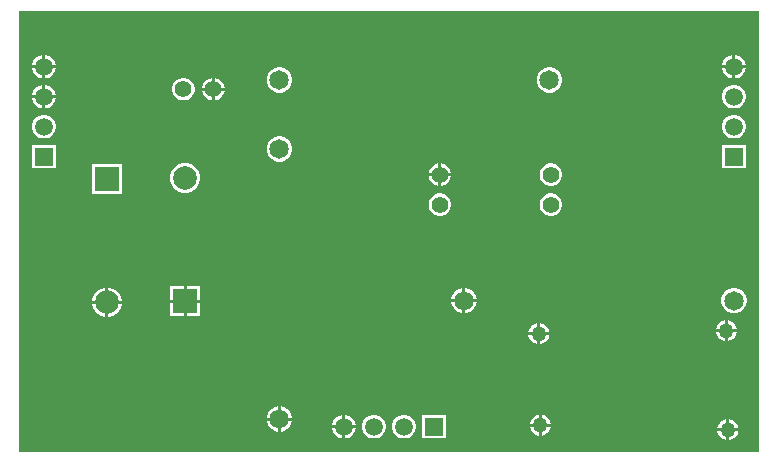
<source format=gbl>
G04*
G04 #@! TF.GenerationSoftware,Altium Limited,Altium Designer,22.2.1 (43)*
G04*
G04 Layer_Physical_Order=2*
G04 Layer_Color=16711680*
%FSLAX25Y25*%
%MOIN*%
G70*
G04*
G04 #@! TF.SameCoordinates,ABC598D3-5A79-416D-B659-D6E934405FF7*
G04*
G04*
G04 #@! TF.FilePolarity,Positive*
G04*
G01*
G75*
%ADD20C,0.06496*%
%ADD21C,0.07874*%
%ADD22R,0.07874X0.07874*%
%ADD23C,0.05512*%
%ADD24C,0.05906*%
%ADD25R,0.05906X0.05906*%
%ADD26R,0.05906X0.05906*%
%ADD27C,0.05000*%
G36*
X248471Y1529D02*
X1529D01*
Y148471D01*
X248471D01*
Y1529D01*
D02*
G37*
%LPC*%
G36*
X240520Y133953D02*
X240500D01*
Y130500D01*
X243953D01*
Y130520D01*
X243683Y131526D01*
X243163Y132427D01*
X242427Y133163D01*
X241526Y133683D01*
X240520Y133953D01*
D02*
G37*
G36*
X10520D02*
X10500D01*
Y130500D01*
X13953D01*
Y130520D01*
X13683Y131526D01*
X13163Y132427D01*
X12427Y133163D01*
X11526Y133683D01*
X10520Y133953D01*
D02*
G37*
G36*
X239500D02*
X239480D01*
X238474Y133683D01*
X237573Y133163D01*
X236837Y132427D01*
X236317Y131526D01*
X236047Y130520D01*
Y130500D01*
X239500D01*
Y133953D01*
D02*
G37*
G36*
X9500D02*
X9480D01*
X8474Y133683D01*
X7573Y133163D01*
X6837Y132427D01*
X6317Y131526D01*
X6047Y130520D01*
Y130500D01*
X9500D01*
Y133953D01*
D02*
G37*
G36*
X243953Y129500D02*
X240500D01*
Y126047D01*
X240520D01*
X241526Y126317D01*
X242427Y126837D01*
X243163Y127573D01*
X243683Y128474D01*
X243953Y129480D01*
Y129500D01*
D02*
G37*
G36*
X239500D02*
X236047D01*
Y129480D01*
X236317Y128474D01*
X236837Y127573D01*
X237573Y126837D01*
X238474Y126317D01*
X239480Y126047D01*
X239500D01*
Y129500D01*
D02*
G37*
G36*
X13953D02*
X10500D01*
Y126047D01*
X10520D01*
X11526Y126317D01*
X12427Y126837D01*
X13163Y127573D01*
X13683Y128474D01*
X13953Y129480D01*
Y129500D01*
D02*
G37*
G36*
X9500D02*
X6047D01*
Y129480D01*
X6317Y128474D01*
X6837Y127573D01*
X7573Y126837D01*
X8474Y126317D01*
X9480Y126047D01*
X9500D01*
Y129500D01*
D02*
G37*
G36*
X67000Y126254D02*
Y123000D01*
X70254D01*
X70000Y123950D01*
X69506Y124806D01*
X68806Y125505D01*
X67950Y126000D01*
X67000Y126254D01*
D02*
G37*
G36*
X66000D02*
X65050Y126000D01*
X64194Y125505D01*
X63494Y124806D01*
X63000Y123950D01*
X62746Y123000D01*
X66000D01*
Y126254D01*
D02*
G37*
G36*
X179059Y129748D02*
X177941D01*
X176860Y129458D01*
X175892Y128899D01*
X175101Y128108D01*
X174541Y127140D01*
X174252Y126059D01*
Y124941D01*
X174541Y123860D01*
X175101Y122892D01*
X175892Y122101D01*
X176860Y121542D01*
X177941Y121252D01*
X179059D01*
X180140Y121542D01*
X181108Y122101D01*
X181899Y122892D01*
X182458Y123860D01*
X182748Y124941D01*
Y126059D01*
X182458Y127140D01*
X181899Y128108D01*
X181108Y128899D01*
X180140Y129458D01*
X179059Y129748D01*
D02*
G37*
G36*
X89059D02*
X87941D01*
X86860Y129458D01*
X85892Y128899D01*
X85101Y128108D01*
X84541Y127140D01*
X84252Y126059D01*
Y124941D01*
X84541Y123860D01*
X85101Y122892D01*
X85892Y122101D01*
X86860Y121542D01*
X87941Y121252D01*
X89059D01*
X90140Y121542D01*
X91108Y122101D01*
X91899Y122892D01*
X92458Y123860D01*
X92748Y124941D01*
Y126059D01*
X92458Y127140D01*
X91899Y128108D01*
X91108Y128899D01*
X90140Y129458D01*
X89059Y129748D01*
D02*
G37*
G36*
X10520Y123953D02*
X10500D01*
Y120500D01*
X13953D01*
Y120520D01*
X13683Y121526D01*
X13163Y122427D01*
X12427Y123163D01*
X11526Y123683D01*
X10520Y123953D01*
D02*
G37*
G36*
X9500D02*
X9480D01*
X8474Y123683D01*
X7573Y123163D01*
X6837Y122427D01*
X6317Y121526D01*
X6047Y120520D01*
Y120500D01*
X9500D01*
Y123953D01*
D02*
G37*
G36*
X70254Y122000D02*
X67000D01*
Y118746D01*
X67950Y119000D01*
X68806Y119494D01*
X69506Y120194D01*
X70000Y121050D01*
X70254Y122000D01*
D02*
G37*
G36*
X66000D02*
X62746D01*
X63000Y121050D01*
X63494Y120194D01*
X64194Y119494D01*
X65050Y119000D01*
X66000Y118746D01*
Y122000D01*
D02*
G37*
G36*
X56994Y126256D02*
X56006D01*
X55050Y126000D01*
X54194Y125505D01*
X53495Y124806D01*
X53000Y123950D01*
X52744Y122994D01*
Y122005D01*
X53000Y121050D01*
X53495Y120194D01*
X54194Y119494D01*
X55050Y119000D01*
X56006Y118744D01*
X56994D01*
X57950Y119000D01*
X58806Y119494D01*
X59505Y120194D01*
X60000Y121050D01*
X60256Y122005D01*
Y122994D01*
X60000Y123950D01*
X59505Y124806D01*
X58806Y125505D01*
X57950Y126000D01*
X56994Y126256D01*
D02*
G37*
G36*
X240520Y123953D02*
X239480D01*
X238474Y123683D01*
X237573Y123163D01*
X236837Y122427D01*
X236317Y121526D01*
X236047Y120520D01*
Y119480D01*
X236317Y118474D01*
X236837Y117573D01*
X237573Y116837D01*
X238474Y116317D01*
X239480Y116047D01*
X240520D01*
X241526Y116317D01*
X242427Y116837D01*
X243163Y117573D01*
X243683Y118474D01*
X243953Y119480D01*
Y120520D01*
X243683Y121526D01*
X243163Y122427D01*
X242427Y123163D01*
X241526Y123683D01*
X240520Y123953D01*
D02*
G37*
G36*
X13953Y119500D02*
X10500D01*
Y116047D01*
X10520D01*
X11526Y116317D01*
X12427Y116837D01*
X13163Y117573D01*
X13683Y118474D01*
X13953Y119480D01*
Y119500D01*
D02*
G37*
G36*
X9500D02*
X6047D01*
Y119480D01*
X6317Y118474D01*
X6837Y117573D01*
X7573Y116837D01*
X8474Y116317D01*
X9480Y116047D01*
X9500D01*
Y119500D01*
D02*
G37*
G36*
X240520Y113953D02*
X239480D01*
X238474Y113683D01*
X237573Y113163D01*
X236837Y112427D01*
X236317Y111526D01*
X236047Y110520D01*
Y109480D01*
X236317Y108474D01*
X236837Y107573D01*
X237573Y106837D01*
X238474Y106317D01*
X239480Y106047D01*
X240520D01*
X241526Y106317D01*
X242427Y106837D01*
X243163Y107573D01*
X243683Y108474D01*
X243953Y109480D01*
Y110520D01*
X243683Y111526D01*
X243163Y112427D01*
X242427Y113163D01*
X241526Y113683D01*
X240520Y113953D01*
D02*
G37*
G36*
X10520D02*
X9480D01*
X8474Y113683D01*
X7573Y113163D01*
X6837Y112427D01*
X6317Y111526D01*
X6047Y110520D01*
Y109480D01*
X6317Y108474D01*
X6837Y107573D01*
X7573Y106837D01*
X8474Y106317D01*
X9480Y106047D01*
X10520D01*
X11526Y106317D01*
X12427Y106837D01*
X13163Y107573D01*
X13683Y108474D01*
X13953Y109480D01*
Y110520D01*
X13683Y111526D01*
X13163Y112427D01*
X12427Y113163D01*
X11526Y113683D01*
X10520Y113953D01*
D02*
G37*
G36*
X89059Y106748D02*
X87941D01*
X86860Y106458D01*
X85892Y105899D01*
X85101Y105108D01*
X84541Y104140D01*
X84252Y103059D01*
Y101941D01*
X84541Y100860D01*
X85101Y99892D01*
X85892Y99101D01*
X86860Y98541D01*
X87941Y98252D01*
X89059D01*
X90140Y98541D01*
X91108Y99101D01*
X91899Y99892D01*
X92458Y100860D01*
X92748Y101941D01*
Y103059D01*
X92458Y104140D01*
X91899Y105108D01*
X91108Y105899D01*
X90140Y106458D01*
X89059Y106748D01*
D02*
G37*
G36*
X243953Y103953D02*
X236047D01*
Y96047D01*
X243953D01*
Y103953D01*
D02*
G37*
G36*
X13953D02*
X6047D01*
Y96047D01*
X13953D01*
Y103953D01*
D02*
G37*
G36*
X142500Y97754D02*
Y94500D01*
X145754D01*
X145500Y95450D01*
X145006Y96306D01*
X144306Y97005D01*
X143450Y97500D01*
X142500Y97754D01*
D02*
G37*
G36*
X141500D02*
X140550Y97500D01*
X139694Y97005D01*
X138995Y96306D01*
X138500Y95450D01*
X138246Y94500D01*
X141500D01*
Y97754D01*
D02*
G37*
G36*
X145754Y93500D02*
X142500D01*
Y90246D01*
X143450Y90500D01*
X144306Y90995D01*
X145006Y91694D01*
X145500Y92550D01*
X145754Y93500D01*
D02*
G37*
G36*
X141500D02*
X138246D01*
X138500Y92550D01*
X138995Y91694D01*
X139694Y90995D01*
X140550Y90500D01*
X141500Y90246D01*
Y93500D01*
D02*
G37*
G36*
X179495Y97756D02*
X178506D01*
X177550Y97500D01*
X176694Y97005D01*
X175995Y96306D01*
X175500Y95450D01*
X175244Y94494D01*
Y93506D01*
X175500Y92550D01*
X175995Y91694D01*
X176694Y90995D01*
X177550Y90500D01*
X178506Y90244D01*
X179495D01*
X180450Y90500D01*
X181306Y90995D01*
X182006Y91694D01*
X182500Y92550D01*
X182756Y93506D01*
Y94494D01*
X182500Y95450D01*
X182006Y96306D01*
X181306Y97005D01*
X180450Y97500D01*
X179495Y97756D01*
D02*
G37*
G36*
X57713Y97871D02*
X56413D01*
X55157Y97535D01*
X54032Y96885D01*
X53112Y95965D01*
X52462Y94840D01*
X52126Y93584D01*
Y92284D01*
X52462Y91028D01*
X53112Y89903D01*
X54032Y88983D01*
X55157Y88333D01*
X56413Y87997D01*
X57713D01*
X58969Y88333D01*
X60094Y88983D01*
X61014Y89903D01*
X61664Y91028D01*
X62000Y92284D01*
Y93584D01*
X61664Y94840D01*
X61014Y95965D01*
X60094Y96885D01*
X58969Y97535D01*
X57713Y97871D01*
D02*
G37*
G36*
X35937Y97528D02*
X26063D01*
Y87653D01*
X35937D01*
Y97528D01*
D02*
G37*
G36*
X179495Y87756D02*
X178506D01*
X177550Y87500D01*
X176694Y87006D01*
X175995Y86306D01*
X175500Y85450D01*
X175244Y84495D01*
Y83505D01*
X175500Y82550D01*
X175995Y81694D01*
X176694Y80994D01*
X177550Y80500D01*
X178506Y80244D01*
X179495D01*
X180450Y80500D01*
X181306Y80994D01*
X182006Y81694D01*
X182500Y82550D01*
X182756Y83505D01*
Y84495D01*
X182500Y85450D01*
X182006Y86306D01*
X181306Y87006D01*
X180450Y87500D01*
X179495Y87756D01*
D02*
G37*
G36*
X142494D02*
X141506D01*
X140550Y87500D01*
X139694Y87006D01*
X138995Y86306D01*
X138500Y85450D01*
X138244Y84495D01*
Y83505D01*
X138500Y82550D01*
X138995Y81694D01*
X139694Y80994D01*
X140550Y80500D01*
X141506Y80244D01*
X142494D01*
X143450Y80500D01*
X144306Y80994D01*
X145006Y81694D01*
X145500Y82550D01*
X145756Y83505D01*
Y84495D01*
X145500Y85450D01*
X145006Y86306D01*
X144306Y87006D01*
X143450Y87500D01*
X142494Y87756D01*
D02*
G37*
G36*
X150559Y56248D02*
X150500D01*
Y52500D01*
X154248D01*
Y52559D01*
X153958Y53640D01*
X153399Y54608D01*
X152608Y55399D01*
X151640Y55958D01*
X150559Y56248D01*
D02*
G37*
G36*
X149500D02*
X149441D01*
X148360Y55958D01*
X147392Y55399D01*
X146601Y54608D01*
X146042Y53640D01*
X145752Y52559D01*
Y52500D01*
X149500D01*
Y56248D01*
D02*
G37*
G36*
X62000Y56690D02*
X57563D01*
Y52253D01*
X62000D01*
Y56690D01*
D02*
G37*
G36*
X56563D02*
X52126D01*
Y52253D01*
X56563D01*
Y56690D01*
D02*
G37*
G36*
X31650Y56346D02*
X31500D01*
Y51909D01*
X35937D01*
Y52059D01*
X35601Y53315D01*
X34951Y54441D01*
X34031Y55360D01*
X32906Y56010D01*
X31650Y56346D01*
D02*
G37*
G36*
X30500D02*
X30350D01*
X29094Y56010D01*
X27969Y55360D01*
X27049Y54441D01*
X26399Y53315D01*
X26063Y52059D01*
Y51909D01*
X30500D01*
Y56346D01*
D02*
G37*
G36*
X240559Y56248D02*
X239441D01*
X238360Y55958D01*
X237392Y55399D01*
X236601Y54608D01*
X236041Y53640D01*
X235752Y52559D01*
Y51441D01*
X236041Y50360D01*
X236601Y49392D01*
X237392Y48601D01*
X238360Y48041D01*
X239441Y47752D01*
X240559D01*
X241640Y48041D01*
X242608Y48601D01*
X243399Y49392D01*
X243958Y50360D01*
X244248Y51441D01*
Y52559D01*
X243958Y53640D01*
X243399Y54608D01*
X242608Y55399D01*
X241640Y55958D01*
X240559Y56248D01*
D02*
G37*
G36*
X154248Y51500D02*
X150500D01*
Y47752D01*
X150559D01*
X151640Y48041D01*
X152608Y48601D01*
X153399Y49392D01*
X153958Y50360D01*
X154248Y51441D01*
Y51500D01*
D02*
G37*
G36*
X149500D02*
X145752D01*
Y51441D01*
X146042Y50360D01*
X146601Y49392D01*
X147392Y48601D01*
X148360Y48041D01*
X149441Y47752D01*
X149500D01*
Y51500D01*
D02*
G37*
G36*
X62000Y51253D02*
X57563D01*
Y46816D01*
X62000D01*
Y51253D01*
D02*
G37*
G36*
X56563D02*
X52126D01*
Y46816D01*
X56563D01*
Y51253D01*
D02*
G37*
G36*
X35937Y50909D02*
X31500D01*
Y46472D01*
X31650D01*
X32906Y46809D01*
X34031Y47459D01*
X34951Y48378D01*
X35601Y49504D01*
X35937Y50760D01*
Y50909D01*
D02*
G37*
G36*
X30500D02*
X26063D01*
Y50760D01*
X26399Y49504D01*
X27049Y48378D01*
X27969Y47459D01*
X29094Y46809D01*
X30350Y46472D01*
X30500D01*
Y50909D01*
D02*
G37*
G36*
X238000Y45489D02*
Y42500D01*
X240989D01*
X240761Y43351D01*
X240301Y44149D01*
X239649Y44801D01*
X238851Y45261D01*
X238000Y45489D01*
D02*
G37*
G36*
X237000D02*
X236149Y45261D01*
X235351Y44801D01*
X234699Y44149D01*
X234239Y43351D01*
X234011Y42500D01*
X237000D01*
Y45489D01*
D02*
G37*
G36*
X175500Y44489D02*
Y41500D01*
X178489D01*
X178261Y42351D01*
X177801Y43149D01*
X177149Y43801D01*
X176351Y44262D01*
X175500Y44489D01*
D02*
G37*
G36*
X174500D02*
X173649Y44262D01*
X172851Y43801D01*
X172199Y43149D01*
X171739Y42351D01*
X171511Y41500D01*
X174500D01*
Y44489D01*
D02*
G37*
G36*
X240989Y41500D02*
X238000D01*
Y38511D01*
X238851Y38739D01*
X239649Y39199D01*
X240301Y39851D01*
X240761Y40649D01*
X240989Y41500D01*
D02*
G37*
G36*
X237000D02*
X234011D01*
X234239Y40649D01*
X234699Y39851D01*
X235351Y39199D01*
X236149Y38739D01*
X237000Y38511D01*
Y41500D01*
D02*
G37*
G36*
X178489Y40500D02*
X175500D01*
Y37510D01*
X176351Y37738D01*
X177149Y38199D01*
X177801Y38851D01*
X178261Y39649D01*
X178489Y40500D01*
D02*
G37*
G36*
X174500D02*
X171511D01*
X171739Y39649D01*
X172199Y38851D01*
X172851Y38199D01*
X173649Y37738D01*
X174500Y37510D01*
Y40500D01*
D02*
G37*
G36*
X89059Y16748D02*
X89000D01*
Y13000D01*
X92748D01*
Y13059D01*
X92458Y14140D01*
X91899Y15108D01*
X91108Y15899D01*
X90140Y16458D01*
X89059Y16748D01*
D02*
G37*
G36*
X88000D02*
X87941D01*
X86860Y16458D01*
X85892Y15899D01*
X85101Y15108D01*
X84541Y14140D01*
X84252Y13059D01*
Y13000D01*
X88000D01*
Y16748D01*
D02*
G37*
G36*
X176000Y13990D02*
Y11000D01*
X178990D01*
X178761Y11851D01*
X178301Y12649D01*
X177649Y13301D01*
X176851Y13761D01*
X176000Y13990D01*
D02*
G37*
G36*
X175000D02*
X174149Y13761D01*
X173351Y13301D01*
X172699Y12649D01*
X172239Y11851D01*
X172011Y11000D01*
X175000D01*
Y13990D01*
D02*
G37*
G36*
X110520Y13953D02*
X110500D01*
Y10500D01*
X113953D01*
Y10520D01*
X113683Y11526D01*
X113163Y12427D01*
X112427Y13163D01*
X111526Y13683D01*
X110520Y13953D01*
D02*
G37*
G36*
X109500D02*
X109480D01*
X108474Y13683D01*
X107573Y13163D01*
X106837Y12427D01*
X106317Y11526D01*
X106047Y10520D01*
Y10500D01*
X109500D01*
Y13953D01*
D02*
G37*
G36*
X238500Y12489D02*
Y9500D01*
X241490D01*
X241262Y10351D01*
X240801Y11149D01*
X240149Y11801D01*
X239351Y12262D01*
X238500Y12489D01*
D02*
G37*
G36*
X237500D02*
X236649Y12262D01*
X235851Y11801D01*
X235199Y11149D01*
X234738Y10351D01*
X234510Y9500D01*
X237500D01*
Y12489D01*
D02*
G37*
G36*
X92748Y12000D02*
X89000D01*
Y8252D01*
X89059D01*
X90140Y8541D01*
X91108Y9101D01*
X91899Y9892D01*
X92458Y10860D01*
X92748Y11941D01*
Y12000D01*
D02*
G37*
G36*
X88000D02*
X84252D01*
Y11941D01*
X84541Y10860D01*
X85101Y9892D01*
X85892Y9101D01*
X86860Y8541D01*
X87941Y8252D01*
X88000D01*
Y12000D01*
D02*
G37*
G36*
X178990Y10000D02*
X176000D01*
Y7011D01*
X176851Y7238D01*
X177649Y7699D01*
X178301Y8351D01*
X178761Y9149D01*
X178990Y10000D01*
D02*
G37*
G36*
X175000D02*
X172011D01*
X172239Y9149D01*
X172699Y8351D01*
X173351Y7699D01*
X174149Y7238D01*
X175000Y7011D01*
Y10000D01*
D02*
G37*
G36*
X143953Y13953D02*
X136047D01*
Y6047D01*
X143953D01*
Y13953D01*
D02*
G37*
G36*
X130520D02*
X129480D01*
X128474Y13683D01*
X127573Y13163D01*
X126837Y12427D01*
X126317Y11526D01*
X126047Y10520D01*
Y9480D01*
X126317Y8474D01*
X126837Y7573D01*
X127573Y6837D01*
X128474Y6317D01*
X129480Y6047D01*
X130520D01*
X131526Y6317D01*
X132427Y6837D01*
X133163Y7573D01*
X133683Y8474D01*
X133953Y9480D01*
Y10520D01*
X133683Y11526D01*
X133163Y12427D01*
X132427Y13163D01*
X131526Y13683D01*
X130520Y13953D01*
D02*
G37*
G36*
X120520D02*
X119480D01*
X118474Y13683D01*
X117573Y13163D01*
X116837Y12427D01*
X116317Y11526D01*
X116047Y10520D01*
Y9480D01*
X116317Y8474D01*
X116837Y7573D01*
X117573Y6837D01*
X118474Y6317D01*
X119480Y6047D01*
X120520D01*
X121526Y6317D01*
X122427Y6837D01*
X123163Y7573D01*
X123683Y8474D01*
X123953Y9480D01*
Y10520D01*
X123683Y11526D01*
X123163Y12427D01*
X122427Y13163D01*
X121526Y13683D01*
X120520Y13953D01*
D02*
G37*
G36*
X113953Y9500D02*
X110500D01*
Y6047D01*
X110520D01*
X111526Y6317D01*
X112427Y6837D01*
X113163Y7573D01*
X113683Y8474D01*
X113953Y9480D01*
Y9500D01*
D02*
G37*
G36*
X109500D02*
X106047D01*
Y9480D01*
X106317Y8474D01*
X106837Y7573D01*
X107573Y6837D01*
X108474Y6317D01*
X109480Y6047D01*
X109500D01*
Y9500D01*
D02*
G37*
G36*
X241490Y8500D02*
X238500D01*
Y5511D01*
X239351Y5739D01*
X240149Y6199D01*
X240801Y6851D01*
X241262Y7649D01*
X241490Y8500D01*
D02*
G37*
G36*
X237500D02*
X234510D01*
X234738Y7649D01*
X235199Y6851D01*
X235851Y6199D01*
X236649Y5739D01*
X237500Y5511D01*
Y8500D01*
D02*
G37*
%LPD*%
D20*
X240000Y52000D02*
D03*
X150000D02*
D03*
X88500Y125500D02*
D03*
X178500D02*
D03*
X88500Y12500D02*
D03*
Y102500D02*
D03*
D21*
X57063Y92934D02*
D03*
X31000Y51410D02*
D03*
D22*
X57063Y51753D02*
D03*
X31000Y92590D02*
D03*
D23*
X179000Y84000D02*
D03*
Y94000D02*
D03*
X142000Y84000D02*
D03*
Y94000D02*
D03*
X56500Y122500D02*
D03*
X66500D02*
D03*
D24*
X240000Y130000D02*
D03*
Y120000D02*
D03*
Y110000D02*
D03*
X10000Y130000D02*
D03*
Y120000D02*
D03*
Y110000D02*
D03*
X110000Y10000D02*
D03*
X120000D02*
D03*
X130000D02*
D03*
D25*
X240000Y100000D02*
D03*
X10000D02*
D03*
D26*
X140000Y10000D02*
D03*
D27*
X175500Y10500D02*
D03*
X238000Y9000D02*
D03*
X175000Y41000D02*
D03*
X237500Y42000D02*
D03*
M02*

</source>
